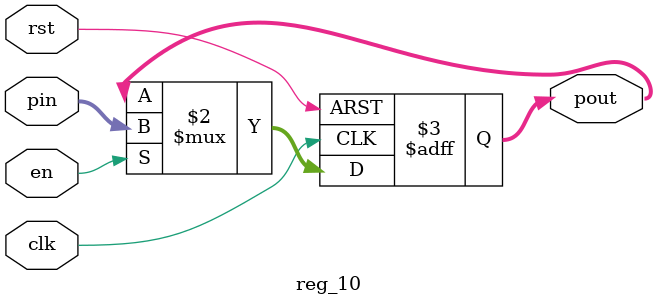
<source format=sv>
module reg_10(input clk, rst,en,input[9:0] pin, output logic[9:0] pout);

  always @(posedge clk, posedge rst) begin
    if(rst) pout = 10'b0100000000;
    else pout <= en ? pin : pout;
  end

endmodule

</source>
